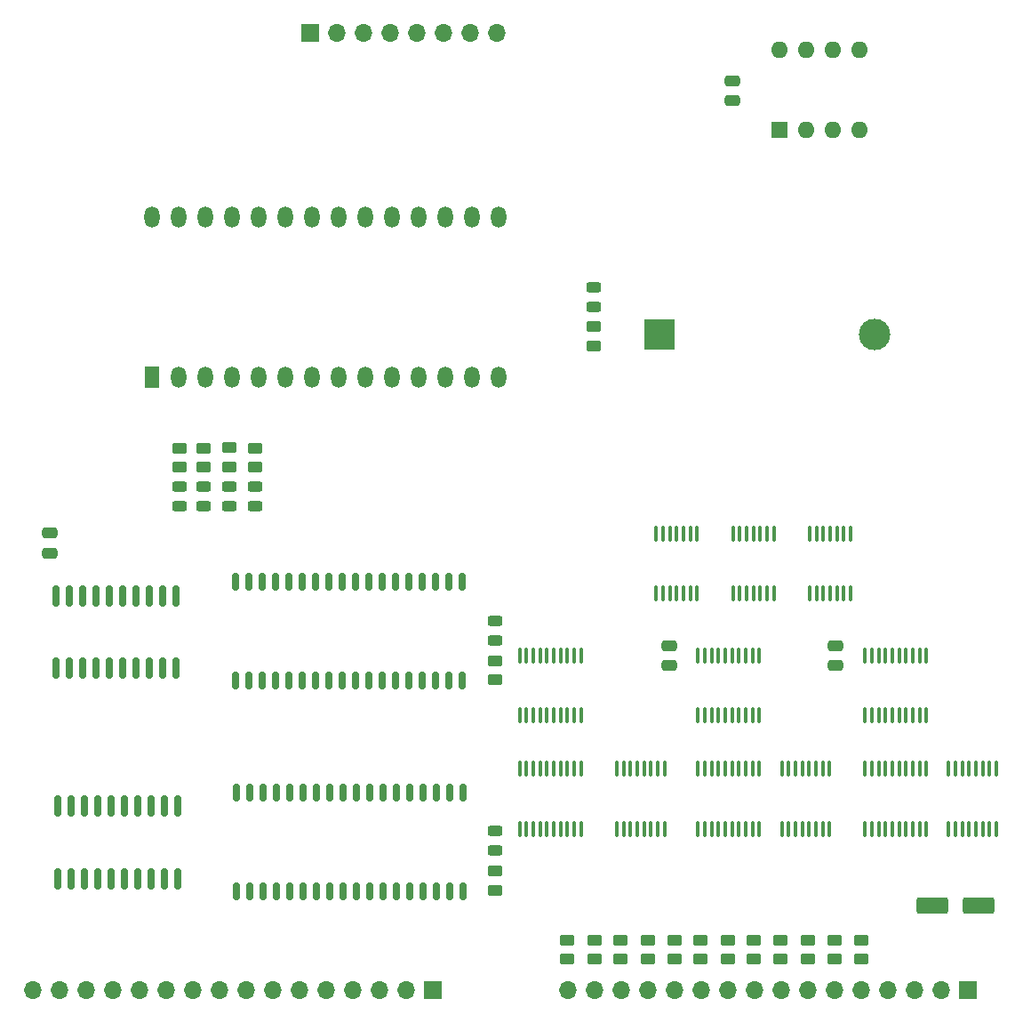
<source format=gbr>
%TF.GenerationSoftware,KiCad,Pcbnew,(6.0.0-0)*%
%TF.CreationDate,2022-02-14T20:56:18-05:00*%
%TF.ProjectId,RAM-MODULE,52414d2d-4d4f-4445-954c-452e6b696361,rev?*%
%TF.SameCoordinates,Original*%
%TF.FileFunction,Soldermask,Top*%
%TF.FilePolarity,Negative*%
%FSLAX46Y46*%
G04 Gerber Fmt 4.6, Leading zero omitted, Abs format (unit mm)*
G04 Created by KiCad (PCBNEW (6.0.0-0)) date 2022-02-14 20:56:18*
%MOMM*%
%LPD*%
G01*
G04 APERTURE LIST*
G04 Aperture macros list*
%AMRoundRect*
0 Rectangle with rounded corners*
0 $1 Rounding radius*
0 $2 $3 $4 $5 $6 $7 $8 $9 X,Y pos of 4 corners*
0 Add a 4 corners polygon primitive as box body*
4,1,4,$2,$3,$4,$5,$6,$7,$8,$9,$2,$3,0*
0 Add four circle primitives for the rounded corners*
1,1,$1+$1,$2,$3*
1,1,$1+$1,$4,$5*
1,1,$1+$1,$6,$7*
1,1,$1+$1,$8,$9*
0 Add four rect primitives between the rounded corners*
20,1,$1+$1,$2,$3,$4,$5,0*
20,1,$1+$1,$4,$5,$6,$7,0*
20,1,$1+$1,$6,$7,$8,$9,0*
20,1,$1+$1,$8,$9,$2,$3,0*%
G04 Aperture macros list end*
%ADD10RoundRect,0.150000X0.150000X-0.837500X0.150000X0.837500X-0.150000X0.837500X-0.150000X-0.837500X0*%
%ADD11RoundRect,0.250000X-0.450000X0.262500X-0.450000X-0.262500X0.450000X-0.262500X0.450000X0.262500X0*%
%ADD12RoundRect,0.243750X0.456250X-0.243750X0.456250X0.243750X-0.456250X0.243750X-0.456250X-0.243750X0*%
%ADD13RoundRect,0.100000X0.100000X-0.637500X0.100000X0.637500X-0.100000X0.637500X-0.100000X-0.637500X0*%
%ADD14RoundRect,0.250000X0.450000X-0.262500X0.450000X0.262500X-0.450000X0.262500X-0.450000X-0.262500X0*%
%ADD15RoundRect,0.250000X0.475000X-0.250000X0.475000X0.250000X-0.475000X0.250000X-0.475000X-0.250000X0*%
%ADD16RoundRect,0.243750X-0.456250X0.243750X-0.456250X-0.243750X0.456250X-0.243750X0.456250X0.243750X0*%
%ADD17RoundRect,0.150000X0.150000X-0.700000X0.150000X0.700000X-0.150000X0.700000X-0.150000X-0.700000X0*%
%ADD18R,1.440000X2.000000*%
%ADD19O,1.440000X2.000000*%
%ADD20RoundRect,0.250000X1.250000X0.550000X-1.250000X0.550000X-1.250000X-0.550000X1.250000X-0.550000X0*%
%ADD21R,1.600000X1.600000*%
%ADD22O,1.600000X1.600000*%
%ADD23R,3.000000X3.000000*%
%ADD24C,3.000000*%
%ADD25RoundRect,0.250000X-0.475000X0.250000X-0.475000X-0.250000X0.475000X-0.250000X0.475000X0.250000X0*%
%ADD26R,1.700000X1.700000*%
%ADD27O,1.700000X1.700000*%
G04 APERTURE END LIST*
D10*
%TO.C,U2*%
X81632330Y-105911318D03*
X82902330Y-105911318D03*
X84172330Y-105911318D03*
X85442330Y-105911318D03*
X86712330Y-105911318D03*
X87982330Y-105911318D03*
X89252330Y-105911318D03*
X90522330Y-105911318D03*
X91792330Y-105911318D03*
X93062330Y-105911318D03*
X93062330Y-98986318D03*
X91792330Y-98986318D03*
X90522330Y-98986318D03*
X89252330Y-98986318D03*
X87982330Y-98986318D03*
X86712330Y-98986318D03*
X85442330Y-98986318D03*
X84172330Y-98986318D03*
X82902330Y-98986318D03*
X81632330Y-98986318D03*
%TD*%
%TO.C,U4*%
X81782330Y-125911318D03*
X83052330Y-125911318D03*
X84322330Y-125911318D03*
X85592330Y-125911318D03*
X86862330Y-125911318D03*
X88132330Y-125911318D03*
X89402330Y-125911318D03*
X90672330Y-125911318D03*
X91942330Y-125911318D03*
X93212330Y-125911318D03*
X93212330Y-118986318D03*
X91942330Y-118986318D03*
X90672330Y-118986318D03*
X89402330Y-118986318D03*
X88132330Y-118986318D03*
X86862330Y-118986318D03*
X85592330Y-118986318D03*
X84322330Y-118986318D03*
X83052330Y-118986318D03*
X81782330Y-118986318D03*
%TD*%
D11*
%TO.C,R11*%
X153200000Y-131787500D03*
X153200000Y-133612500D03*
%TD*%
D12*
%TO.C,D7*%
X123400000Y-123237500D03*
X123400000Y-121362500D03*
%TD*%
D13*
%TO.C,U7*%
X125772330Y-121211318D03*
X126422330Y-121211318D03*
X127072330Y-121211318D03*
X127722330Y-121211318D03*
X128372330Y-121211318D03*
X129022330Y-121211318D03*
X129672330Y-121211318D03*
X130322330Y-121211318D03*
X130972330Y-121211318D03*
X131622330Y-121211318D03*
X131622330Y-115486318D03*
X130972330Y-115486318D03*
X130322330Y-115486318D03*
X129672330Y-115486318D03*
X129022330Y-115486318D03*
X128372330Y-115486318D03*
X127722330Y-115486318D03*
X127072330Y-115486318D03*
X126422330Y-115486318D03*
X125772330Y-115486318D03*
%TD*%
D11*
%TO.C,R15*%
X98100000Y-84925000D03*
X98100000Y-86750000D03*
%TD*%
%TO.C,R10*%
X150600000Y-131787500D03*
X150600000Y-133612500D03*
%TD*%
D14*
%TO.C,R20*%
X132800000Y-75212500D03*
X132800000Y-73387500D03*
%TD*%
D11*
%TO.C,R16*%
X95700000Y-84937500D03*
X95700000Y-86762500D03*
%TD*%
%TO.C,R5*%
X138000000Y-131787500D03*
X138000000Y-133612500D03*
%TD*%
D13*
%TO.C,U16*%
X153397330Y-98811318D03*
X154047330Y-98811318D03*
X154697330Y-98811318D03*
X155347330Y-98811318D03*
X155997330Y-98811318D03*
X156647330Y-98811318D03*
X157297330Y-98811318D03*
X157297330Y-93086318D03*
X156647330Y-93086318D03*
X155997330Y-93086318D03*
X155347330Y-93086318D03*
X154697330Y-93086318D03*
X154047330Y-93086318D03*
X153397330Y-93086318D03*
%TD*%
D15*
%TO.C,C4*%
X139997330Y-105648818D03*
X139997330Y-103748818D03*
%TD*%
D16*
%TO.C,D6*%
X93350000Y-88612500D03*
X93350000Y-90487500D03*
%TD*%
D14*
%TO.C,R19*%
X123400000Y-107012500D03*
X123400000Y-105187500D03*
%TD*%
%TO.C,R18*%
X123400000Y-127012500D03*
X123400000Y-125187500D03*
%TD*%
D17*
%TO.C,U5*%
X98802330Y-127148818D03*
X100072330Y-127148818D03*
X101342330Y-127148818D03*
X102612330Y-127148818D03*
X103882330Y-127148818D03*
X105152330Y-127148818D03*
X106422330Y-127148818D03*
X107692330Y-127148818D03*
X108962330Y-127148818D03*
X110232330Y-127148818D03*
X111502330Y-127148818D03*
X112772330Y-127148818D03*
X114042330Y-127148818D03*
X115312330Y-127148818D03*
X116582330Y-127148818D03*
X117852330Y-127148818D03*
X119122330Y-127148818D03*
X120392330Y-127148818D03*
X120392330Y-117748818D03*
X119122330Y-117748818D03*
X117852330Y-117748818D03*
X116582330Y-117748818D03*
X115312330Y-117748818D03*
X114042330Y-117748818D03*
X112772330Y-117748818D03*
X111502330Y-117748818D03*
X110232330Y-117748818D03*
X108962330Y-117748818D03*
X107692330Y-117748818D03*
X106422330Y-117748818D03*
X105152330Y-117748818D03*
X103882330Y-117748818D03*
X102612330Y-117748818D03*
X101342330Y-117748818D03*
X100072330Y-117748818D03*
X98802330Y-117748818D03*
%TD*%
D13*
%TO.C,U11*%
X142772330Y-110411318D03*
X143422330Y-110411318D03*
X144072330Y-110411318D03*
X144722330Y-110411318D03*
X145372330Y-110411318D03*
X146022330Y-110411318D03*
X146672330Y-110411318D03*
X147322330Y-110411318D03*
X147972330Y-110411318D03*
X148622330Y-110411318D03*
X148622330Y-104686318D03*
X147972330Y-104686318D03*
X147322330Y-104686318D03*
X146672330Y-104686318D03*
X146022330Y-104686318D03*
X145372330Y-104686318D03*
X144722330Y-104686318D03*
X144072330Y-104686318D03*
X143422330Y-104686318D03*
X142772330Y-104686318D03*
%TD*%
D18*
%TO.C,U1*%
X90757330Y-78241318D03*
D19*
X93297330Y-78241318D03*
X95837330Y-78241318D03*
X98377330Y-78241318D03*
X100917330Y-78241318D03*
X103457330Y-78241318D03*
X105997330Y-78241318D03*
X108537330Y-78241318D03*
X111077330Y-78241318D03*
X113617330Y-78241318D03*
X116157330Y-78241318D03*
X118697330Y-78241318D03*
X121237330Y-78241318D03*
X123777330Y-78241318D03*
X123777330Y-63001318D03*
X121237330Y-63001318D03*
X118697330Y-63001318D03*
X116157330Y-63001318D03*
X113617330Y-63001318D03*
X111077330Y-63001318D03*
X108537330Y-63001318D03*
X105997330Y-63001318D03*
X103457330Y-63001318D03*
X100917330Y-63001318D03*
X98377330Y-63001318D03*
X95837330Y-63001318D03*
X93297330Y-63001318D03*
X90757330Y-63001318D03*
%TD*%
D11*
%TO.C,R7*%
X143000000Y-131787500D03*
X143000000Y-133612500D03*
%TD*%
%TO.C,R14*%
X100550000Y-84937500D03*
X100550000Y-86762500D03*
%TD*%
D20*
%TO.C,C5*%
X169480000Y-128500000D03*
X165080000Y-128500000D03*
%TD*%
D13*
%TO.C,U13*%
X158672330Y-121211318D03*
X159322330Y-121211318D03*
X159972330Y-121211318D03*
X160622330Y-121211318D03*
X161272330Y-121211318D03*
X161922330Y-121211318D03*
X162572330Y-121211318D03*
X163222330Y-121211318D03*
X163872330Y-121211318D03*
X164522330Y-121211318D03*
X164522330Y-115486318D03*
X163872330Y-115486318D03*
X163222330Y-115486318D03*
X162572330Y-115486318D03*
X161922330Y-115486318D03*
X161272330Y-115486318D03*
X160622330Y-115486318D03*
X159972330Y-115486318D03*
X159322330Y-115486318D03*
X158672330Y-115486318D03*
%TD*%
D17*
%TO.C,U3*%
X98702330Y-107048818D03*
X99972330Y-107048818D03*
X101242330Y-107048818D03*
X102512330Y-107048818D03*
X103782330Y-107048818D03*
X105052330Y-107048818D03*
X106322330Y-107048818D03*
X107592330Y-107048818D03*
X108862330Y-107048818D03*
X110132330Y-107048818D03*
X111402330Y-107048818D03*
X112672330Y-107048818D03*
X113942330Y-107048818D03*
X115212330Y-107048818D03*
X116482330Y-107048818D03*
X117752330Y-107048818D03*
X119022330Y-107048818D03*
X120292330Y-107048818D03*
X120292330Y-97648818D03*
X119022330Y-97648818D03*
X117752330Y-97648818D03*
X116482330Y-97648818D03*
X115212330Y-97648818D03*
X113942330Y-97648818D03*
X112672330Y-97648818D03*
X111402330Y-97648818D03*
X110132330Y-97648818D03*
X108862330Y-97648818D03*
X107592330Y-97648818D03*
X106322330Y-97648818D03*
X105052330Y-97648818D03*
X103782330Y-97648818D03*
X102512330Y-97648818D03*
X101242330Y-97648818D03*
X99972330Y-97648818D03*
X98702330Y-97648818D03*
%TD*%
D21*
%TO.C,U18*%
X150547330Y-54698818D03*
D22*
X153087330Y-54698818D03*
X155627330Y-54698818D03*
X158167330Y-54698818D03*
X158167330Y-47078818D03*
X155627330Y-47078818D03*
X153087330Y-47078818D03*
X150547330Y-47078818D03*
%TD*%
D11*
%TO.C,R13*%
X158300000Y-131787500D03*
X158300000Y-133612500D03*
%TD*%
D15*
%TO.C,C3*%
X80997330Y-94948818D03*
X80997330Y-93048818D03*
%TD*%
D16*
%TO.C,D5*%
X95700000Y-88612500D03*
X95700000Y-90487500D03*
%TD*%
D13*
%TO.C,U12*%
X166642330Y-121211318D03*
X167292330Y-121211318D03*
X167942330Y-121211318D03*
X168592330Y-121211318D03*
X169242330Y-121211318D03*
X169892330Y-121211318D03*
X170542330Y-121211318D03*
X171192330Y-121211318D03*
X171192330Y-115486318D03*
X170542330Y-115486318D03*
X169892330Y-115486318D03*
X169242330Y-115486318D03*
X168592330Y-115486318D03*
X167942330Y-115486318D03*
X167292330Y-115486318D03*
X166642330Y-115486318D03*
%TD*%
D12*
%TO.C,D9*%
X132800000Y-71537500D03*
X132800000Y-69662500D03*
%TD*%
D11*
%TO.C,R2*%
X130300000Y-131787500D03*
X130300000Y-133612500D03*
%TD*%
D23*
%TO.C,BT1*%
X139121250Y-74148818D03*
D24*
X159611250Y-74148818D03*
%TD*%
D11*
%TO.C,R17*%
X93350000Y-84937500D03*
X93350000Y-86762500D03*
%TD*%
D16*
%TO.C,D4*%
X98100000Y-88612500D03*
X98100000Y-90487500D03*
%TD*%
D11*
%TO.C,R6*%
X140500000Y-131787500D03*
X140500000Y-133612500D03*
%TD*%
D25*
%TO.C,C1*%
X146047330Y-49998818D03*
X146047330Y-51898818D03*
%TD*%
D13*
%TO.C,U8*%
X125772330Y-110411318D03*
X126422330Y-110411318D03*
X127072330Y-110411318D03*
X127722330Y-110411318D03*
X128372330Y-110411318D03*
X129022330Y-110411318D03*
X129672330Y-110411318D03*
X130322330Y-110411318D03*
X130972330Y-110411318D03*
X131622330Y-110411318D03*
X131622330Y-104686318D03*
X130972330Y-104686318D03*
X130322330Y-104686318D03*
X129672330Y-104686318D03*
X129022330Y-104686318D03*
X128372330Y-104686318D03*
X127722330Y-104686318D03*
X127072330Y-104686318D03*
X126422330Y-104686318D03*
X125772330Y-104686318D03*
%TD*%
D11*
%TO.C,R9*%
X148100000Y-131787500D03*
X148100000Y-133612500D03*
%TD*%
D13*
%TO.C,U14*%
X158672330Y-110411318D03*
X159322330Y-110411318D03*
X159972330Y-110411318D03*
X160622330Y-110411318D03*
X161272330Y-110411318D03*
X161922330Y-110411318D03*
X162572330Y-110411318D03*
X163222330Y-110411318D03*
X163872330Y-110411318D03*
X164522330Y-110411318D03*
X164522330Y-104686318D03*
X163872330Y-104686318D03*
X163222330Y-104686318D03*
X162572330Y-104686318D03*
X161922330Y-104686318D03*
X161272330Y-104686318D03*
X160622330Y-104686318D03*
X159972330Y-104686318D03*
X159322330Y-104686318D03*
X158672330Y-104686318D03*
%TD*%
%TO.C,U10*%
X142772330Y-121211318D03*
X143422330Y-121211318D03*
X144072330Y-121211318D03*
X144722330Y-121211318D03*
X145372330Y-121211318D03*
X146022330Y-121211318D03*
X146672330Y-121211318D03*
X147322330Y-121211318D03*
X147972330Y-121211318D03*
X148622330Y-121211318D03*
X148622330Y-115486318D03*
X147972330Y-115486318D03*
X147322330Y-115486318D03*
X146672330Y-115486318D03*
X146022330Y-115486318D03*
X145372330Y-115486318D03*
X144722330Y-115486318D03*
X144072330Y-115486318D03*
X143422330Y-115486318D03*
X142772330Y-115486318D03*
%TD*%
D15*
%TO.C,C2*%
X155897330Y-105648818D03*
X155897330Y-103748818D03*
%TD*%
D13*
%TO.C,U9*%
X150742330Y-121211318D03*
X151392330Y-121211318D03*
X152042330Y-121211318D03*
X152692330Y-121211318D03*
X153342330Y-121211318D03*
X153992330Y-121211318D03*
X154642330Y-121211318D03*
X155292330Y-121211318D03*
X155292330Y-115486318D03*
X154642330Y-115486318D03*
X153992330Y-115486318D03*
X153342330Y-115486318D03*
X152692330Y-115486318D03*
X152042330Y-115486318D03*
X151392330Y-115486318D03*
X150742330Y-115486318D03*
%TD*%
%TO.C,U6*%
X135022330Y-121211318D03*
X135672330Y-121211318D03*
X136322330Y-121211318D03*
X136972330Y-121211318D03*
X137622330Y-121211318D03*
X138272330Y-121211318D03*
X138922330Y-121211318D03*
X139572330Y-121211318D03*
X139572330Y-115486318D03*
X138922330Y-115486318D03*
X138272330Y-115486318D03*
X137622330Y-115486318D03*
X136972330Y-115486318D03*
X136322330Y-115486318D03*
X135672330Y-115486318D03*
X135022330Y-115486318D03*
%TD*%
D11*
%TO.C,R3*%
X132900000Y-131787500D03*
X132900000Y-133612500D03*
%TD*%
D13*
%TO.C,U17*%
X146097330Y-98811318D03*
X146747330Y-98811318D03*
X147397330Y-98811318D03*
X148047330Y-98811318D03*
X148697330Y-98811318D03*
X149347330Y-98811318D03*
X149997330Y-98811318D03*
X149997330Y-93086318D03*
X149347330Y-93086318D03*
X148697330Y-93086318D03*
X148047330Y-93086318D03*
X147397330Y-93086318D03*
X146747330Y-93086318D03*
X146097330Y-93086318D03*
%TD*%
%TO.C,U15*%
X138797330Y-98811318D03*
X139447330Y-98811318D03*
X140097330Y-98811318D03*
X140747330Y-98811318D03*
X141397330Y-98811318D03*
X142047330Y-98811318D03*
X142697330Y-98811318D03*
X142697330Y-93086318D03*
X142047330Y-93086318D03*
X141397330Y-93086318D03*
X140747330Y-93086318D03*
X140097330Y-93086318D03*
X139447330Y-93086318D03*
X138797330Y-93086318D03*
%TD*%
D16*
%TO.C,D3*%
X100550000Y-88612500D03*
X100550000Y-90487500D03*
%TD*%
D11*
%TO.C,R4*%
X135400000Y-131787500D03*
X135400000Y-133612500D03*
%TD*%
%TO.C,R8*%
X145600000Y-131787500D03*
X145600000Y-133612500D03*
%TD*%
D12*
%TO.C,D8*%
X123400000Y-103237500D03*
X123400000Y-101362500D03*
%TD*%
D11*
%TO.C,R12*%
X155800000Y-131787500D03*
X155800000Y-133612500D03*
%TD*%
D26*
%TO.C,J3*%
X168437330Y-136498818D03*
D27*
X165897330Y-136498818D03*
X163357330Y-136498818D03*
X160817330Y-136498818D03*
X158277330Y-136498818D03*
X155737330Y-136498818D03*
X153197330Y-136498818D03*
X150657330Y-136498818D03*
X148117330Y-136498818D03*
X145577330Y-136498818D03*
X143037330Y-136498818D03*
X140497330Y-136498818D03*
X137957330Y-136498818D03*
X135417330Y-136498818D03*
X132877330Y-136498818D03*
X130337330Y-136498818D03*
%TD*%
D26*
%TO.C,J2*%
X105827330Y-45448818D03*
D27*
X108367330Y-45448818D03*
X110907330Y-45448818D03*
X113447330Y-45448818D03*
X115987330Y-45448818D03*
X118527330Y-45448818D03*
X121067330Y-45448818D03*
X123607330Y-45448818D03*
%TD*%
D26*
%TO.C,J1*%
X117547330Y-136498818D03*
D27*
X115007330Y-136498818D03*
X112467330Y-136498818D03*
X109927330Y-136498818D03*
X107387330Y-136498818D03*
X104847330Y-136498818D03*
X102307330Y-136498818D03*
X99767330Y-136498818D03*
X97227330Y-136498818D03*
X94687330Y-136498818D03*
X92147330Y-136498818D03*
X89607330Y-136498818D03*
X87067330Y-136498818D03*
X84527330Y-136498818D03*
X81987330Y-136498818D03*
X79447330Y-136498818D03*
%TD*%
M02*

</source>
